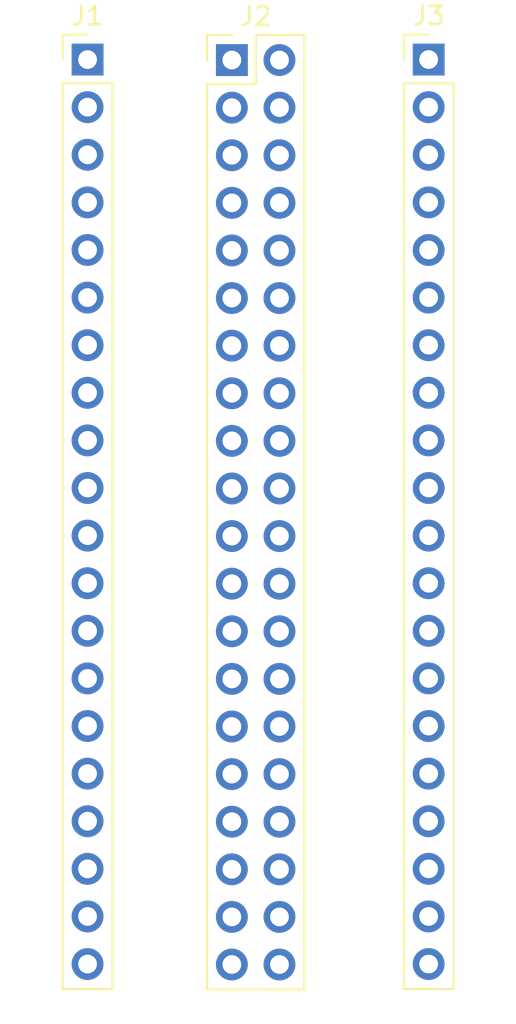
<source format=kicad_pcb>
(kicad_pcb (version 20211014) (generator pcbnew)
  (layers (0 "F.Cu" signal) (31 "B.Cu" signal) (34 "B.Paste" user) (35 "F.Paste" user) (36 "B.SilkS" user "B.Silkscreen") (37 "F.SilkS" user "F.Silkscreen") (38 "B.Mask" user) (39 "F.Mask" user) (44 "Edge.Cuts" user))
  (net 0 "")
  (net 2 "Net-(J1-Pad2)")
  (net 3 "Net-(J1-Pad3)")
  (net 5 "Net-(J1-Pad5)")
  (net 9 "Net-(J1-Pad9)")
  (net 10 "Net-(J1-Pad10)")
  (net 11 "Net-(J1-Pad11)")
  (net 12 "Net-(J1-Pad12)")
  (net 13 "Net-(J1-Pad13)")
  (net 14 "Net-(J1-Pad14)")
  (net 15 "Net-(J1-Pad15)")
  (net 20 "Net-(J1-Pad20)")
  (net 21 "Net-(J2-Pad1)")
  (net 23 "Net-(J2-Pad3)")
  (net 36 "Net-(J2-Pad21)")
  (net 38 "Net-(J2-Pad25)")
  (net 39 "Net-(J2-Pad27)")
  (footprint "Connector_PinHeader_2.54mm:PinHeader_2x20_P2.54mm_Vertical" (layer "F.Cu") (at 140.2 66.4)
    (fp_text reference "J2" (at 1.27 -2.33) (layer "F.SilkS"))
    (fp_text value "Conn_02x20_Odd_Even")
    (fp_line (start -1.33 0) (end -1.33 -1.33) (layer "F.SilkS") (width 0.12))
    (fp_line (start 1.27 -1.33) (end 3.87 -1.33) (layer "F.SilkS") (width 0.12))
    (fp_line (start -1.33 49.59) (end 3.87 49.59) (layer "F.SilkS") (width 0.12))
    (fp_line (start -1.33 -1.33) (end 0 -1.33) (layer "F.SilkS") (width 0.12))
    (fp_line (start 3.87 -1.33) (end 3.87 49.59) (layer "F.SilkS") (width 0.12))
    (fp_line (start -1.33 1.27) (end 1.27 1.27) (layer "F.SilkS") (width 0.12))
    (fp_line (start -1.33 1.27) (end -1.33 49.59) (layer "F.SilkS") (width 0.12))
    (fp_line (start 1.27 1.27) (end 1.27 -1.33) (layer "F.SilkS") (width 0.12))
    (pad "1" thru_hole rect (at 0 0) (size 1.7 1.7) (drill 1) (layers *.Cu *.Mask) (net 21 "Net-(J2-Pad1)"))
    (pad "2" thru_hole oval (at 2.54 0) (size 1.7 1.7) (drill 1) (layers *.Cu *.Mask))
    (pad "3" thru_hole oval (at 0 2.54) (size 1.7 1.7) (drill 1) (layers *.Cu *.Mask) (net 23 "Net-(J2-Pad3)"))
    (pad "4" thru_hole oval (at 2.54 2.54) (size 1.7 1.7) (drill 1) (layers *.Cu *.Mask) (net 2 "Net-(J1-Pad2)"))
    (pad "5" thru_hole oval (at 0 5.08) (size 1.7 1.7) (drill 1) (layers *.Cu *.Mask))
    (pad "6" thru_hole oval (at 2.54 5.08) (size 1.7 1.7) (drill 1) (layers *.Cu *.Mask) (net 3 "Net-(J1-Pad3)"))
    (pad "7" thru_hole oval (at 0 7.62) (size 1.7 1.7) (drill 1) (layers *.Cu *.Mask))
    (pad "8" thru_hole oval (at 2.54 7.62) (size 1.7 1.7) (drill 1) (layers *.Cu *.Mask))
    (pad "9" thru_hole oval (at 0 10.16) (size 1.7 1.7) (drill 1) (layers *.Cu *.Mask))
    (pad "10" thru_hole oval (at 2.54 10.16) (size 1.7 1.7) (drill 1) (layers *.Cu *.Mask) (net 5 "Net-(J1-Pad5)"))
    (pad "11" thru_hole oval (at 0 12.7) (size 1.7 1.7) (drill 1) (layers *.Cu *.Mask))
    (pad "12" thru_hole oval (at 2.54 12.7) (size 1.7 1.7) (drill 1) (layers *.Cu *.Mask))
    (pad "13" thru_hole oval (at 0 15.24) (size 1.7 1.7) (drill 1) (layers *.Cu *.Mask))
    (pad "14" thru_hole oval (at 2.54 15.24) (size 1.7 1.7) (drill 1) (layers *.Cu *.Mask))
    (pad "15" thru_hole oval (at 0 17.78) (size 1.7 1.7) (drill 1) (layers *.Cu *.Mask))
    (pad "16" thru_hole oval (at 2.54 17.78) (size 1.7 1.7) (drill 1) (layers *.Cu *.Mask))
    (pad "17" thru_hole oval (at 0 20.32) (size 1.7 1.7) (drill 1) (layers *.Cu *.Mask))
    (pad "18" thru_hole oval (at 2.54 20.32) (size 1.7 1.7) (drill 1) (layers *.Cu *.Mask) (net 9 "Net-(J1-Pad9)"))
    (pad "19" thru_hole oval (at 0 22.86) (size 1.7 1.7) (drill 1) (layers *.Cu *.Mask))
    (pad "20" thru_hole oval (at 2.54 22.86) (size 1.7 1.7) (drill 1) (layers *.Cu *.Mask) (net 10 "Net-(J1-Pad10)"))
    (pad "21" thru_hole oval (at 0 25.4) (size 1.7 1.7) (drill 1) (layers *.Cu *.Mask) (net 36 "Net-(J2-Pad21)"))
    (pad "22" thru_hole oval (at 2.54 25.4) (size 1.7 1.7) (drill 1) (layers *.Cu *.Mask) (net 11 "Net-(J1-Pad11)"))
    (pad "23" thru_hole oval (at 0 27.94) (size 1.7 1.7) (drill 1) (layers *.Cu *.Mask))
    (pad "24" thru_hole oval (at 2.54 27.94) (size 1.7 1.7) (drill 1) (layers *.Cu *.Mask) (net 12 "Net-(J1-Pad12)"))
    (pad "25" thru_hole oval (at 0 30.48) (size 1.7 1.7) (drill 1) (layers *.Cu *.Mask) (net 38 "Net-(J2-Pad25)"))
    (pad "26" thru_hole oval (at 2.54 30.48) (size 1.7 1.7) (drill 1) (layers *.Cu *.Mask) (net 13 "Net-(J1-Pad13)"))
    (pad "27" thru_hole oval (at 0 33.02) (size 1.7 1.7) (drill 1) (layers *.Cu *.Mask) (net 39 "Net-(J2-Pad27)"))
    (pad "28" thru_hole oval (at 2.54 33.02) (size 1.7 1.7) (drill 1) (layers *.Cu *.Mask) (net 14 "Net-(J1-Pad14)"))
    (pad "29" thru_hole oval (at 0 35.56) (size 1.7 1.7) (drill 1) (layers *.Cu *.Mask))
    (pad "30" thru_hole oval (at 2.54 35.56) (size 1.7 1.7) (drill 1) (layers *.Cu *.Mask) (net 15 "Net-(J1-Pad15)"))
    (pad "31" thru_hole oval (at 0 38.1) (size 1.7 1.7) (drill 1) (layers *.Cu *.Mask))
    (pad "32" thru_hole oval (at 2.54 38.1) (size 1.7 1.7) (drill 1) (layers *.Cu *.Mask))
    (pad "33" thru_hole oval (at 0 40.64) (size 1.7 1.7) (drill 1) (layers *.Cu *.Mask))
    (pad "34" thru_hole oval (at 2.54 40.64) (size 1.7 1.7) (drill 1) (layers *.Cu *.Mask))
    (pad "35" thru_hole oval (at 0 43.18) (size 1.7 1.7) (drill 1) (layers *.Cu *.Mask))
    (pad "36" thru_hole oval (at 2.54 43.18) (size 1.7 1.7) (drill 1) (layers *.Cu *.Mask))
    (pad "37" thru_hole oval (at 0 45.72) (size 1.7 1.7) (drill 1) (layers *.Cu *.Mask))
    (pad "38" thru_hole oval (at 2.54 45.72) (size 1.7 1.7) (drill 1) (layers *.Cu *.Mask))
    (pad "39" thru_hole oval (at 0 48.26) (size 1.7 1.7) (drill 1) (layers *.Cu *.Mask))
    (pad "40" thru_hole oval (at 2.54 48.26) (size 1.7 1.7) (drill 1) (layers *.Cu *.Mask) (net 20 "Net-(J1-Pad20)"))
  )
  (footprint "Connector_PinHeader_2.54mm:PinHeader_1x20_P2.54mm_Vertical" (layer "F.Cu") (at 150.7 66.375)
    (fp_text reference "J3" (at 0 -2.33) (layer "F.SilkS"))
    (fp_text value "Conn_01x20")
    (fp_line (start -1.33 49.59) (end 1.33 49.59) (layer "F.SilkS") (width 0.12))
    (fp_line (start -1.33 0) (end -1.33 -1.33) (layer "F.SilkS") (width 0.12))
    (fp_line (start -1.33 -1.33) (end 0 -1.33) (layer "F.SilkS") (width 0.12))
    (fp_line (start -1.33 1.27) (end 1.33 1.27) (layer "F.SilkS") (width 0.12))
    (fp_line (start -1.33 1.27) (end -1.33 49.59) (layer "F.SilkS") (width 0.12))
    (fp_line (start 1.33 1.27) (end 1.33 49.59) (layer "F.SilkS") (width 0.12))
    (pad "1" thru_hole rect (at 0 0) (size 1.7 1.7) (drill 1) (layers *.Cu *.Mask) (net 21 "Net-(J2-Pad1)"))
    (pad "2" thru_hole oval (at 0 2.54) (size 1.7 1.7) (drill 1) (layers *.Cu *.Mask) (net 23 "Net-(J2-Pad3)"))
    (pad "3" thru_hole oval (at 0 5.08) (size 1.7 1.7) (drill 1) (layers *.Cu *.Mask))
    (pad "4" thru_hole oval (at 0 7.62) (size 1.7 1.7) (drill 1) (layers *.Cu *.Mask))
    (pad "5" thru_hole oval (at 0 10.16) (size 1.7 1.7) (drill 1) (layers *.Cu *.Mask))
    (pad "6" thru_hole oval (at 0 12.7) (size 1.7 1.7) (drill 1) (layers *.Cu *.Mask))
    (pad "7" thru_hole oval (at 0 15.24) (size 1.7 1.7) (drill 1) (layers *.Cu *.Mask))
    (pad "8" thru_hole oval (at 0 17.78) (size 1.7 1.7) (drill 1) (layers *.Cu *.Mask))
    (pad "9" thru_hole oval (at 0 20.32) (size 1.7 1.7) (drill 1) (layers *.Cu *.Mask))
    (pad "10" thru_hole oval (at 0 22.86) (size 1.7 1.7) (drill 1) (layers *.Cu *.Mask))
    (pad "11" thru_hole oval (at 0 25.4) (size 1.7 1.7) (drill 1) (layers *.Cu *.Mask) (net 36 "Net-(J2-Pad21)"))
    (pad "12" thru_hole oval (at 0 27.94) (size 1.7 1.7) (drill 1) (layers *.Cu *.Mask))
    (pad "13" thru_hole oval (at 0 30.48) (size 1.7 1.7) (drill 1) (layers *.Cu *.Mask) (net 38 "Net-(J2-Pad25)"))
    (pad "14" thru_hole oval (at 0 33.02) (size 1.7 1.7) (drill 1) (layers *.Cu *.Mask) (net 39 "Net-(J2-Pad27)"))
    (pad "15" thru_hole oval (at 0 35.56) (size 1.7 1.7) (drill 1) (layers *.Cu *.Mask))
    (pad "16" thru_hole oval (at 0 38.1) (size 1.7 1.7) (drill 1) (layers *.Cu *.Mask))
    (pad "17" thru_hole oval (at 0 40.64) (size 1.7 1.7) (drill 1) (layers *.Cu *.Mask))
    (pad "18" thru_hole oval (at 0 43.18) (size 1.7 1.7) (drill 1) (layers *.Cu *.Mask))
    (pad "19" thru_hole oval (at 0 45.72) (size 1.7 1.7) (drill 1) (layers *.Cu *.Mask))
    (pad "20" thru_hole oval (at 0 48.26) (size 1.7 1.7) (drill 1) (layers *.Cu *.Mask))
  )
  (footprint "Connector_PinHeader_2.54mm:PinHeader_1x20_P2.54mm_Vertical" (layer "F.Cu") (at 132.5 66.375)
    (fp_text reference "J1" (at 0 -2.33) (layer "F.SilkS"))
    (fp_text value "Conn_01x20")
    (fp_line (start -1.33 49.59) (end 1.33 49.59) (layer "F.SilkS") (width 0.12))
    (fp_line (start -1.33 1.27) (end 1.33 1.27) (layer "F.SilkS") (width 0.12))
    (fp_line (start -1.33 0) (end -1.33 -1.33) (layer "F.SilkS") (width 0.12))
    (fp_line (start -1.33 -1.33) (end 0 -1.33) (layer "F.SilkS") (width 0.12))
    (fp_line (start 1.33 1.27) (end 1.33 49.59) (layer "F.SilkS") (width 0.12))
    (fp_line (start -1.33 1.27) (end -1.33 49.59) (layer "F.SilkS") (width 0.12))
    (pad "1" thru_hole rect (at 0 0) (size 1.7 1.7) (drill 1) (layers *.Cu *.Mask))
    (pad "2" thru_hole oval (at 0 2.54) (size 1.7 1.7) (drill 1) (layers *.Cu *.Mask) (net 2 "Net-(J1-Pad2)"))
    (pad "3" thru_hole oval (at 0 5.08) (size 1.7 1.7) (drill 1) (layers *.Cu *.Mask) (net 3 "Net-(J1-Pad3)"))
    (pad "4" thru_hole oval (at 0 7.62) (size 1.7 1.7) (drill 1) (layers *.Cu *.Mask))
    (pad "5" thru_hole oval (at 0 10.16) (size 1.7 1.7) (drill 1) (layers *.Cu *.Mask) (net 5 "Net-(J1-Pad5)"))
    (pad "6" thru_hole oval (at 0 12.7) (size 1.7 1.7) (drill 1) (layers *.Cu *.Mask))
    (pad "7" thru_hole oval (at 0 15.24) (size 1.7 1.7) (drill 1) (layers *.Cu *.Mask))
    (pad "8" thru_hole oval (at 0 17.78) (size 1.7 1.7) (drill 1) (layers *.Cu *.Mask))
    (pad "9" thru_hole oval (at 0 20.32) (size 1.7 1.7) (drill 1) (layers *.Cu *.Mask) (net 9 "Net-(J1-Pad9)"))
    (pad "10" thru_hole oval (at 0 22.86) (size 1.7 1.7) (drill 1) (layers *.Cu *.Mask) (net 10 "Net-(J1-Pad10)"))
    (pad "11" thru_hole oval (at 0 25.4) (size 1.7 1.7) (drill 1) (layers *.Cu *.Mask) (net 11 "Net-(J1-Pad11)"))
    (pad "12" thru_hole oval (at 0 27.94) (size 1.7 1.7) (drill 1) (layers *.Cu *.Mask) (net 12 "Net-(J1-Pad12)"))
    (pad "13" thru_hole oval (at 0 30.48) (size 1.7 1.7) (drill 1) (layers *.Cu *.Mask) (net 13 "Net-(J1-Pad13)"))
    (pad "14" thru_hole oval (at 0 33.02) (size 1.7 1.7) (drill 1) (layers *.Cu *.Mask) (net 14 "Net-(J1-Pad14)"))
    (pad "15" thru_hole oval (at 0 35.56) (size 1.7 1.7) (drill 1) (layers *.Cu *.Mask) (net 15 "Net-(J1-Pad15)"))
    (pad "16" thru_hole oval (at 0 38.1) (size 1.7 1.7) (drill 1) (layers *.Cu *.Mask))
    (pad "17" thru_hole oval (at 0 40.64) (size 1.7 1.7) (drill 1) (layers *.Cu *.Mask))
    (pad "18" thru_hole oval (at 0 43.18) (size 1.7 1.7) (drill 1) (layers *.Cu *.Mask))
    (pad "19" thru_hole oval (at 0 45.72) (size 1.7 1.7) (drill 1) (layers *.Cu *.Mask))
    (pad "20" thru_hole oval (at 0 48.26) (size 1.7 1.7) (drill 1) (layers *.Cu *.Mask) (net 20 "Net-(J1-Pad20)"))
  )
)
</source>
